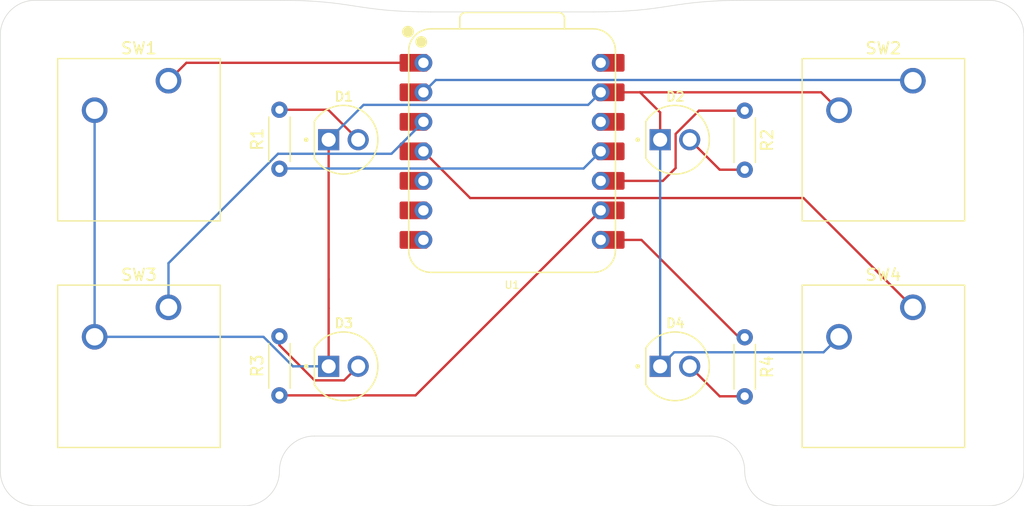
<source format=kicad_pcb>
(kicad_pcb (version 20241229) (generator "pcbnew") (generator_version "9.0")
  (layers (0 "F.Cu" signal) (2 "B.Cu" signal) (13 "F.Paste" user) (15 "B.Paste" user) (5 "F.SilkS" user "F.Silkscreen") (7 "B.SilkS" user "B.Silkscreen") (1 "F.Mask" user) (3 "B.Mask" user) (25 "Edge.Cuts" user))
  (net 0 "")
  (net 1 "GND")
  (net 2 "Net-(D1-PadA)")
  (net 3 "Net-(D2-PadA)")
  (net 4 "Net-(D3-PadA)")
  (net 5 "Net-(D4-PadA)")
  (net 6 "LED1")
  (net 7 "LED2")
  (net 8 "LED3")
  (net 9 "LED4")
  (net 10 "Net-(U1-GPIO29{slash}ADC3{slash}A3)")
  (net 11 "Net-(U1-GPIO28{slash}ADC2{slash}A2)")
  (net 12 "Net-(U1-GPIO27{slash}ADC1{slash}A1)")
  (net 13 "Net-(U1-GPIO26{slash}ADC0{slash}A0)")
  (footprint "Resistor_THT:R_Axial_DIN0204_L3.6mm_D1.6mm_P5.08mm_Horizontal" (layer "F.Cu") (at 139 55 90)
    (property "Reference" "R1" (at 2.54 -1.92 90) (layer "F.SilkS"))
    (property "Value" "R")
    (fp_line (start 0.62 -0.92) (end 4.46 -0.92) (stroke (width 0.12)) (layer "F.SilkS"))
    (fp_line (start 0.62 0.92) (end 4.46 0.92) (stroke (width 0.12)) (layer "F.SilkS"))
    (pad "1" thru_hole circle (at 0 0 90) (size 1.4 1.4) (drill 0.7) (layers "*.Cu" "*.Mask") (net 6 "LED1"))
    (pad "2" thru_hole circle (at 5.08 0 90) (size 1.4 1.4) (drill 0.7) (layers "*.Cu" "*.Mask") (net 2 "Net-(D1-PadA)"))
  )
  (footprint "L08R5000Q1:LEDRD254W57D500H1070" (layer "F.Cu") (at 144.5 72)
    (property "Reference" "D3" (at 0.04 -3.708 0) (layer "F.SilkS") (effects (font (size 0.8 0.8))))
    (property "Value" "L08R5000Q1")
    (fp_line (start -2.5 -1.566) (end -2.5 1.566) (stroke (width 0.127)) (layer "F.SilkS"))
    (fp_arc (start -2.5 -1.566) (mid 2.961291 0) (end -2.5 1.566) (stroke (width 0.127)) (layer "F.SilkS"))
    (fp_circle (center -3.2 0) (end -3.1 0) (stroke (width 0.2)) (fill no) (layer "F.SilkS"))
    (pad "A" thru_hole circle (at 1.27 0) (size 1.815 1.815) (drill 1.21) (layers "*.Cu" "*.Mask") (net 4 "Net-(D3-PadA)"))
    (pad "C" thru_hole rect (at -1.27 0) (size 1.815 1.815) (drill 1.21) (layers "*.Cu" "*.Mask") (net 1 "GND"))
  )
  (footprint "L08R5000Q1:LEDRD254W57D500H1070" (layer "F.Cu") (at 173 72)
    (property "Reference" "D4" (at 0.04 -3.708 0) (layer "F.SilkS") (effects (font (size 0.8 0.8))))
    (property "Value" "L08R5000Q1")
    (fp_line (start -2.5 -1.566) (end -2.5 1.566) (stroke (width 0.127)) (layer "F.SilkS"))
    (fp_arc (start -2.5 -1.566) (mid 2.961291 0) (end -2.5 1.566) (stroke (width 0.127)) (layer "F.SilkS"))
    (fp_circle (center -3.2 0) (end -3.1 0) (stroke (width 0.2)) (fill no) (layer "F.SilkS"))
    (pad "A" thru_hole circle (at 1.27 0) (size 1.815 1.815) (drill 1.21) (layers "*.Cu" "*.Mask") (net 5 "Net-(D4-PadA)"))
    (pad "C" thru_hole rect (at -1.27 0) (size 1.815 1.815) (drill 1.21) (layers "*.Cu" "*.Mask") (net 1 "GND"))
  )
  (footprint "XIAO_PCB:XIAO-RP2040-DIP" (layer "F.Cu") (at 159 53.5)
    (property "Reference" "U1" (at 0 11.5 0) (layer "F.SilkS") (effects (font (size 0.635 0.635) (thickness 0.1016))))
    (property "Value" "XIAO-RP2040-DIP")
    (fp_line (start -8.89 8.509) (end -8.89 -8.636) (stroke (width 0.127)) (layer "F.SilkS"))
    (fp_line (start -6.985 10.414) (end 6.985 10.414) (stroke (width 0.127)) (layer "F.SilkS"))
    (fp_line (start -4.495 -10.541) (end -4.491272 -11.451272) (stroke (width 0.127)) (layer "F.SilkS"))
    (fp_line (start -3.991272 -11.951) (end 4.004 -11.951) (stroke (width 0.127)) (layer "F.SilkS"))
    (fp_line (start 4.504 -11.451) (end 4.504 -10.541) (stroke (width 0.127)) (layer "F.SilkS"))
    (fp_line (start 6.985 -10.541) (end -6.985 -10.541) (stroke (width 0.1)) (layer "F.SilkS"))
    (fp_line (start 6.985 -10.541) (end -6.985 -10.541) (stroke (width 0.127)) (layer "F.SilkS"))
    (fp_line (start 8.89 8.509) (end 8.89 -8.636) (stroke (width 0.127)) (layer "F.SilkS"))
    (fp_arc (start -8.89 -8.636) (mid -8.332038 -9.983038) (end -6.985 -10.541) (stroke (width 0.127)) (layer "F.SilkS"))
    (fp_arc (start -6.985 10.414) (mid -8.332038 9.856038) (end -8.89 8.509) (stroke (width 0.127)) (layer "F.SilkS"))
    (fp_arc (start -4.491272 -11.451272) (mid -4.344728 -11.80464) (end -3.991272 -11.951) (stroke (width 0.127)) (layer "F.SilkS"))
    (fp_arc (start 4.004 -11.951) (mid 4.357553 -11.804553) (end 4.504 -11.451) (stroke (width 0.127)) (layer "F.SilkS"))
    (fp_arc (start 6.985 -10.541) (mid 8.332038 -9.983038) (end 8.89 -8.636) (stroke (width 0.127)) (layer "F.SilkS"))
    (fp_arc (start 8.89 8.509) (mid 8.332038 9.856038) (end 6.985 10.414) (stroke (width 0.127)) (layer "F.SilkS"))
    (fp_circle (center -8.95 -10.3) (end -8.95 -10.554) (stroke (width 0.5)) (fill yes) (layer "F.SilkS"))
    (fp_circle (center -7.807 -9.42) (end -7.807 -9.674) (stroke (width 0.5)) (fill yes) (layer "F.SilkS"))
    (pad "1" smd roundrect (at -8.455 -7.62 180) (size 2.432 1.524) (layers "F.Cu" "F.Mask") (roundrect_rratio 0.1) (net 13 "Net-(U1-GPIO26{slash}ADC0{slash}A0)"))
    (pad "1" thru_hole circle (at -7.62 -7.62 180) (size 1.524 1.524) (drill 0.889) (layers "*.Cu" "*.Mask") (net 13 "Net-(U1-GPIO26{slash}ADC0{slash}A0)"))
    (pad "2" smd roundrect (at -8.455 -5.08 180) (size 2.432 1.524) (layers "F.Cu" "F.Mask") (roundrect_rratio 0.1) (net 12 "Net-(U1-GPIO27{slash}ADC1{slash}A1)"))
    (pad "2" thru_hole circle (at -7.62 -5.08 180) (size 1.524 1.524) (drill 0.889) (layers "*.Cu" "*.Mask") (net 12 "Net-(U1-GPIO27{slash}ADC1{slash}A1)"))
    (pad "3" smd roundrect (at -8.455 -2.54 180) (size 2.432 1.524) (layers "F.Cu" "F.Mask") (roundrect_rratio 0.1) (net 11 "Net-(U1-GPIO28{slash}ADC2{slash}A2)"))
    (pad "3" thru_hole circle (at -7.62 -2.54 180) (size 1.524 1.524) (drill 0.889) (layers "*.Cu" "*.Mask") (net 11 "Net-(U1-GPIO28{slash}ADC2{slash}A2)"))
    (pad "4" smd roundrect (at -8.455 0 180) (size 2.432 1.524) (layers "F.Cu" "F.Mask") (roundrect_rratio 0.1) (net 10 "Net-(U1-GPIO29{slash}ADC3{slash}A3)"))
    (pad "4" thru_hole circle (at -7.62 0 180) (size 1.524 1.524) (drill 0.889) (layers "*.Cu" "*.Mask") (net 10 "Net-(U1-GPIO29{slash}ADC3{slash}A3)"))
    (pad "5" smd roundrect (at -8.455 2.54 180) (size 2.432 1.524) (layers "F.Cu" "F.Mask") (roundrect_rratio 0.1))
    (pad "5" thru_hole circle (at -7.62 2.54 180) (size 1.524 1.524) (drill 0.889) (layers "*.Cu" "*.Mask"))
    (pad "6" smd roundrect (at -8.455 5.08 180) (size 2.432 1.524) (layers "F.Cu" "F.Mask") (roundrect_rratio 0.1))
    (pad "6" thru_hole circle (at -7.62 5.08 180) (size 1.524 1.524) (drill 0.889) (layers "*.Cu" "*.Mask"))
    (pad "7" smd roundrect (at -8.455 7.62 180) (size 2.432 1.524) (layers "F.Cu" "F.Mask") (roundrect_rratio 0.1))
    (pad "7" thru_hole circle (at -7.62 7.62 180) (size 1.524 1.524) (drill 0.889) (layers "*.Cu" "*.Mask"))
    (pad "8" thru_hole circle (at 7.62 7.62) (size 1.524 1.524) (drill 0.889) (layers "*.Cu" "*.Mask") (net 9 "LED4"))
    (pad "8" smd roundrect (at 8.455 7.62) (size 2.432 1.524) (layers "F.Cu" "F.Mask") (roundrect_rratio 0.1) (net 9 "LED4"))
    (pad "9" thru_hole circle (at 7.62 5.08) (size 1.524 1.524) (drill 0.889) (layers "*.Cu" "*.Mask") (net 8 "LED3"))
    (pad "9" smd roundrect (at 8.455 5.08) (size 2.432 1.524) (layers "F.Cu" "F.Mask") (roundrect_rratio 0.1) (net 8 "LED3"))
    (pad "10" thru_hole circle (at 7.62 2.54) (size 1.524 1.524) (drill 0.889) (layers "*.Cu" "*.Mask") (net 7 "LED2"))
    (pad "10" smd roundrect (at 8.455 2.54) (size 2.432 1.524) (layers "F.Cu" "F.Mask") (roundrect_rratio 0.1) (net 7 "LED2"))
    (pad "11" thru_hole circle (at 7.62 0) (size 1.524 1.524) (drill 0.889) (layers "*.Cu" "*.Mask") (net 6 "LED1"))
    (pad "11" smd roundrect (at 8.455 0) (size 2.432 1.524) (layers "F.Cu" "F.Mask") (roundrect_rratio 0.1) (net 6 "LED1"))
    (pad "12" thru_hole circle (at 7.62 -2.54) (size 1.524 1.524) (drill 0.889) (layers "*.Cu" "*.Mask"))
    (pad "12" smd roundrect (at 8.455 -2.54) (size 2.432 1.524) (layers "F.Cu" "F.Mask") (roundrect_rratio 0.1))
    (pad "13" thru_hole circle (at 7.62 -5.08) (size 1.524 1.524) (drill 0.889) (layers "*.Cu" "*.Mask") (net 1 "GND"))
    (pad "13" smd roundrect (at 8.455 -5.08) (size 2.432 1.524) (layers "F.Cu" "F.Mask") (roundrect_rratio 0.1) (net 1 "GND"))
    (pad "14" thru_hole circle (at 7.62 -7.62) (size 1.524 1.524) (drill 0.889) (layers "*.Cu" "*.Mask"))
    (pad "14" smd roundrect (at 8.455 -7.62) (size 2.432 1.524) (layers "F.Cu" "F.Mask") (roundrect_rratio 0.1))
  )
  (footprint "Resistor_THT:R_Axial_DIN0204_L3.6mm_D1.6mm_P5.08mm_Horizontal" (layer "F.Cu") (at 139 74.5 90)
    (property "Reference" "R3" (at 2.54 -1.92 90) (layer "F.SilkS"))
    (property "Value" "R")
    (fp_line (start 0.62 -0.92) (end 4.46 -0.92) (stroke (width 0.12)) (layer "F.SilkS"))
    (fp_line (start 0.62 0.92) (end 4.46 0.92) (stroke (width 0.12)) (layer "F.SilkS"))
    (pad "1" thru_hole circle (at 0 0 90) (size 1.4 1.4) (drill 0.7) (layers "*.Cu" "*.Mask") (net 8 "LED3"))
    (pad "2" thru_hole circle (at 5.08 0 90) (size 1.4 1.4) (drill 0.7) (layers "*.Cu" "*.Mask") (net 4 "Net-(D3-PadA)"))
  )
  (footprint "Resistor_THT:R_Axial_DIN0204_L3.6mm_D1.6mm_P5.08mm_Horizontal" (layer "F.Cu") (at 179 50 -90)
    (property "Reference" "R2" (at 2.54 -1.92 90) (layer "F.SilkS"))
    (property "Value" "R")
    (fp_line (start 0.62 0.92) (end 4.46 0.92) (stroke (width 0.12)) (layer "F.SilkS"))
    (fp_line (start 0.62 -0.92) (end 4.46 -0.92) (stroke (width 0.12)) (layer "F.SilkS"))
    (pad "1" thru_hole circle (at 0 0 270) (size 1.4 1.4) (drill 0.7) (layers "*.Cu" "*.Mask") (net 7 "LED2"))
    (pad "2" thru_hole circle (at 5.08 0 270) (size 1.4 1.4) (drill 0.7) (layers "*.Cu" "*.Mask") (net 3 "Net-(D2-PadA)"))
  )
  (footprint "Button_Switch_Keyboard:SW_Cherry_MX_1.00u_PCB" (layer "F.Cu") (at 129.46 66.92)
    (property "Reference" "SW3" (at -2.54 -2.794 0) (layer "F.SilkS"))
    (property "Value" "SW_Push")
    (fp_line (start -9.525 -1.905) (end 4.445 -1.905) (stroke (width 0.12)) (layer "F.SilkS"))
    (fp_line (start -9.525 12.065) (end -9.525 -1.905) (stroke (width 0.12)) (layer "F.SilkS"))
    (fp_line (start 4.445 -1.905) (end 4.445 12.065) (stroke (width 0.12)) (layer "F.SilkS"))
    (fp_line (start 4.445 12.065) (end -9.525 12.065) (stroke (width 0.12)) (layer "F.SilkS"))
    (pad "" np_thru_hole circle (at -7.62 5.08) (size 1.7 1.7) (drill 1.7) (layers "*.Cu" "*.Mask"))
    (pad "" np_thru_hole circle (at -2.54 5.08) (size 4 4) (drill 4) (layers "*.Cu" "*.Mask"))
    (pad "" np_thru_hole circle (at 2.54 5.08) (size 1.7 1.7) (drill 1.7) (layers "*.Cu" "*.Mask"))
    (pad "1" thru_hole circle (at 0 0) (size 2.2 2.2) (drill 1.5) (layers "*.Cu" "*.Mask") (net 11 "Net-(U1-GPIO28{slash}ADC2{slash}A2)"))
    (pad "2" thru_hole circle (at -6.35 2.54) (size 2.2 2.2) (drill 1.5) (layers "*.Cu" "*.Mask") (net 1 "GND"))
  )
  (footprint "Button_Switch_Keyboard:SW_Cherry_MX_1.00u_PCB" (layer "F.Cu") (at 193.46 47.42)
    (property "Reference" "SW2" (at -2.54 -2.794 0) (layer "F.SilkS"))
    (property "Value" "SW_Push")
    (fp_line (start -9.525 -1.905) (end 4.445 -1.905) (stroke (width 0.12)) (layer "F.SilkS"))
    (fp_line (start -9.525 12.065) (end -9.525 -1.905) (stroke (width 0.12)) (layer "F.SilkS"))
    (fp_line (start 4.445 -1.905) (end 4.445 12.065) (stroke (width 0.12)) (layer "F.SilkS"))
    (fp_line (start 4.445 12.065) (end -9.525 12.065) (stroke (width 0.12)) (layer "F.SilkS"))
    (pad "" np_thru_hole circle (at -7.62 5.08) (size 1.7 1.7) (drill 1.7) (layers "*.Cu" "*.Mask"))
    (pad "" np_thru_hole circle (at -2.54 5.08) (size 4 4) (drill 4) (layers "*.Cu" "*.Mask"))
    (pad "" np_thru_hole circle (at 2.54 5.08) (size 1.7 1.7) (drill 1.7) (layers "*.Cu" "*.Mask"))
    (pad "1" thru_hole circle (at 0 0) (size 2.2 2.2) (drill 1.5) (layers "*.Cu" "*.Mask") (net 12 "Net-(U1-GPIO27{slash}ADC1{slash}A1)"))
    (pad "2" thru_hole circle (at -6.35 2.54) (size 2.2 2.2) (drill 1.5) (layers "*.Cu" "*.Mask") (net 1 "GND"))
  )
  (footprint "L08R5000Q1:LEDRD254W57D500H1070" (layer "F.Cu") (at 144.5 52.5)
    (property "Reference" "D1" (at 0.04 -3.708 0) (layer "F.SilkS") (effects (font (size 0.8 0.8))))
    (property "Value" "L08R5000Q1")
    (fp_line (start -2.5 -1.566) (end -2.5 1.566) (stroke (width 0.127)) (layer "F.SilkS"))
    (fp_arc (start -2.5 -1.566) (mid 2.961291 0) (end -2.5 1.566) (stroke (width 0.127)) (layer "F.SilkS"))
    (fp_circle (center -3.2 0) (end -3.1 0) (stroke (width 0.2)) (fill no) (layer "F.SilkS"))
    (pad "A" thru_hole circle (at 1.27 0) (size 1.815 1.815) (drill 1.21) (layers "*.Cu" "*.Mask") (net 2 "Net-(D1-PadA)"))
    (pad "C" thru_hole rect (at -1.27 0) (size 1.815 1.815) (drill 1.21) (layers "*.Cu" "*.Mask") (net 1 "GND"))
  )
  (footprint "Resistor_THT:R_Axial_DIN0204_L3.6mm_D1.6mm_P5.08mm_Horizontal" (layer "F.Cu") (at 179 69.5 -90)
    (property "Reference" "R4" (at 2.54 -1.92 90) (layer "F.SilkS"))
    (property "Value" "R")
    (fp_line (start 0.62 0.92) (end 4.46 0.92) (stroke (width 0.12)) (layer "F.SilkS"))
    (fp_line (start 0.62 -0.92) (end 4.46 -0.92) (stroke (width 0.12)) (layer "F.SilkS"))
    (pad "1" thru_hole circle (at 0 0 270) (size 1.4 1.4) (drill 0.7) (layers "*.Cu" "*.Mask") (net 9 "LED4"))
    (pad "2" thru_hole circle (at 5.08 0 270) (size 1.4 1.4) (drill 0.7) (layers "*.Cu" "*.Mask") (net 5 "Net-(D4-PadA)"))
  )
  (footprint "L08R5000Q1:LEDRD254W57D500H1070" (layer "F.Cu") (at 173 52.5)
    (property "Reference" "D2" (at 0.04 -3.708 0) (layer "F.SilkS") (effects (font (size 0.8 0.8))))
    (property "Value" "L08R5000Q1")
    (fp_line (start -2.5 -1.566) (end -2.5 1.566) (stroke (width 0.127)) (layer "F.SilkS"))
    (fp_arc (start -2.5 -1.566) (mid 2.961291 0) (end -2.5 1.566) (stroke (width 0.127)) (layer "F.SilkS"))
    (fp_circle (center -3.2 0) (end -3.1 0) (stroke (width 0.2)) (fill no) (layer "F.SilkS"))
    (pad "A" thru_hole circle (at 1.27 0) (size 1.815 1.815) (drill 1.21) (layers "*.Cu" "*.Mask") (net 3 "Net-(D2-PadA)"))
    (pad "C" thru_hole rect (at -1.27 0) (size 1.815 1.815) (drill 1.21) (layers "*.Cu" "*.Mask") (net 1 "GND"))
  )
  (footprint "Button_Switch_Keyboard:SW_Cherry_MX_1.00u_PCB" (layer "F.Cu") (at 193.46 66.92)
    (property "Reference" "SW4" (at -2.54 -2.794 0) (layer "F.SilkS"))
    (property "Value" "SW_Push")
    (fp_line (start -9.525 -1.905) (end 4.445 -1.905) (stroke (width 0.12)) (layer "F.SilkS"))
    (fp_line (start -9.525 12.065) (end -9.525 -1.905) (stroke (width 0.12)) (layer "F.SilkS"))
    (fp_line (start 4.445 -1.905) (end 4.445 12.065) (stroke (width 0.12)) (layer "F.SilkS"))
    (fp_line (start 4.445 12.065) (end -9.525 12.065) (stroke (width 0.12)) (layer "F.SilkS"))
    (pad "" np_thru_hole circle (at -7.62 5.08) (size 1.7 1.7) (drill 1.7) (layers "*.Cu" "*.Mask"))
    (pad "" np_thru_hole circle (at -2.54 5.08) (size 4 4) (drill 4) (layers "*.Cu" "*.Mask"))
    (pad "" np_thru_hole circle (at 2.54 5.08) (size 1.7 1.7) (drill 1.7) (layers "*.Cu" "*.Mask"))
    (pad "1" thru_hole circle (at 0 0) (size 2.2 2.2) (drill 1.5) (layers "*.Cu" "*.Mask") (net 10 "Net-(U1-GPIO29{slash}ADC3{slash}A3)"))
    (pad "2" thru_hole circle (at -6.35 2.54) (size 2.2 2.2) (drill 1.5) (layers "*.Cu" "*.Mask") (net 1 "GND"))
  )
  (footprint "Button_Switch_Keyboard:SW_Cherry_MX_1.00u_PCB" (layer "F.Cu") (at 129.46 47.42)
    (property "Reference" "SW1" (at -2.54 -2.794 0) (layer "F.SilkS"))
    (property "Value" "SW_Push")
    (fp_line (start -9.525 -1.905) (end 4.445 -1.905) (stroke (width 0.12)) (layer "F.SilkS"))
    (fp_line (start -9.525 12.065) (end -9.525 -1.905) (stroke (width 0.12)) (layer "F.SilkS"))
    (fp_line (start 4.445 -1.905) (end 4.445 12.065) (stroke (width 0.12)) (layer "F.SilkS"))
    (fp_line (start 4.445 12.065) (end -9.525 12.065) (stroke (width 0.12)) (layer "F.SilkS"))
    (pad "" np_thru_hole circle (at -7.62 5.08) (size 1.7 1.7) (drill 1.7) (layers "*.Cu" "*.Mask"))
    (pad "" np_thru_hole circle (at -2.54 5.08) (size 4 4) (drill 4) (layers "*.Cu" "*.Mask"))
    (pad "" np_thru_hole circle (at 2.54 5.08) (size 1.7 1.7) (drill 1.7) (layers "*.Cu" "*.Mask"))
    (pad "1" thru_hole circle (at 0 0) (size 2.2 2.2) (drill 1.5) (layers "*.Cu" "*.Mask") (net 13 "Net-(U1-GPIO26{slash}ADC0{slash}A0)"))
    (pad "2" thru_hole circle (at -6.35 2.54) (size 2.2 2.2) (drill 1.5) (layers "*.Cu" "*.Mask") (net 1 "GND"))
  )
  (gr_line (start 136 84) (end 118 84) (stroke (width 0.05)) (layer "Edge.Cuts"))
  (gr_curve (pts (xy 152 41.5) (xy 145.5 41.5) (xy 145.5 40.5) (xy 139 40.5)) (stroke (width 0.05)) (layer "Edge.Cuts"))
  (gr_arc (start 182 84) (mid 179.87868 83.12132) (end 179 81) (stroke (width 0.05)) (layer "Edge.Cuts"))
  (gr_line (start 118 40.5) (end 139 40.5) (stroke (width 0.05)) (layer "Edge.Cuts"))
  (gr_line (start 179 40.5) (end 200 40.5) (stroke (width 0.05)) (layer "Edge.Cuts"))
  (gr_arc (start 118 84) (mid 115.87868 83.12132) (end 115 81) (stroke (width 0.05)) (layer "Edge.Cuts"))
  (gr_line (start 115 81) (end 115 43.5) (stroke (width 0.05)) (layer "Edge.Cuts"))
  (gr_line (start 152 41.5) (end 166 41.5) (stroke (width 0.05)) (layer "Edge.Cuts"))
  (gr_arc (start 203 81) (mid 202.12132 83.12132) (end 200 84) (stroke (width 0.05)) (layer "Edge.Cuts"))
  (gr_curve (pts (xy 166 41.5) (xy 172.5 41.5) (xy 172.5 40.5) (xy 179 40.5)) (stroke (width 0.05)) (layer "Edge.Cuts"))
  (gr_line (start 200 84) (end 182 84) (stroke (width 0.05)) (layer "Edge.Cuts"))
  (gr_arc (start 200 40.5) (mid 202.12132 41.37868) (end 203 43.5) (stroke (width 0.05)) (layer "Edge.Cuts"))
  (gr_arc (start 115 43.5) (mid 115.87868 41.37868) (end 118 40.5) (stroke (width 0.05)) (layer "Edge.Cuts"))
  (gr_arc (start 139 81) (mid 138.12132 83.12132) (end 136 84) (stroke (width 0.05)) (layer "Edge.Cuts"))
  (gr_line (start 203 43.5) (end 203 81) (stroke (width 0.05)) (layer "Edge.Cuts"))
  (gr_line (start 176 78) (end 142 78) (stroke (width 0.05)) (layer "Edge.Cuts"))
  (gr_arc (start 139 81) (mid 139.87868 78.87868) (end 142 78) (stroke (width 0.05)) (layer "Edge.Cuts"))
  (gr_arc (start 176 78) (mid 178.12132 78.87868) (end 179 81) (stroke (width 0.05)) (layer "Edge.Cuts"))
  (segment (start 170 48.42) (end 166.62 48.42) (width 0.2) (layer "F.Cu") (net 1))
  (segment (start 143.23 64.5) (end 143.23 67) (width 0.2) (layer "F.Cu") (net 1))
  (segment (start 143.23 67) (end 143.23 72) (width 0.2) (layer "F.Cu") (net 1))
  (segment (start 171.73 52.5) (end 171.73 50.15) (width 0.2) (layer "F.Cu") (net 1))
  (segment (start 171.73 50.15) (end 170 48.42) (width 0.2) (layer "F.Cu") (net 1))
  (segment (start 187.11 49.96) (end 185.57 48.42) (width 0.2) (layer "F.Cu") (net 1))
  (segment (start 143.23 52.5) (end 143.23 64.5) (width 0.2) (layer "F.Cu") (net 1))
  (segment (start 185.57 48.42) (end 170 48.42) (width 0.2) (layer "F.Cu") (net 1))
  (segment (start 146.23 49.5) (end 165.54 49.5) (width 0.2) (layer "B.Cu") (net 1))
  (segment (start 185.7785 70.7915) (end 187.11 69.46) (width 0.2) (layer "B.Cu") (net 1))
  (segment (start 123.11 69.46) (end 137.624372 69.46) (width 0.2) (layer "B.Cu") (net 1))
  (segment (start 137.624372 69.46) (end 140.164372 72) (width 0.2) (layer "B.Cu") (net 1))
  (segment (start 171.73 72) (end 172.9385 70.7915) (width 0.2) (layer "B.Cu") (net 1))
  (segment (start 171.73 52.5) (end 171.73 72) (width 0.2) (layer "B.Cu") (net 1))
  (segment (start 172.9385 70.7915) (end 185.7785 70.7915) (width 0.2) (layer "B.Cu") (net 1))
  (segment (start 140.164372 72) (end 143.23 72) (width 0.2) (layer "B.Cu") (net 1))
  (segment (start 123.11 49.96) (end 123.11 69.46) (width 0.2) (layer "B.Cu") (net 1))
  (segment (start 143.23 52.5) (end 146.23 49.5) (width 0.2) (layer "B.Cu") (net 1))
  (segment (start 165.54 49.5) (end 166.62 48.42) (width 0.2) (layer "B.Cu") (net 1))
  (segment (start 145.77 52.5) (end 143.19 49.92) (width 0.2) (layer "F.Cu") (net 2))
  (segment (start 143.19 49.92) (end 139 49.92) (width 0.2) (layer "F.Cu") (net 2))
  (segment (start 176.85 55.08) (end 174.27 52.5) (width 0.2) (layer "F.Cu") (net 3))
  (segment (start 179 55.08) (end 176.85 55.08) (width 0.2) (layer "F.Cu") (net 3))
  (segment (start 142.0215 73.2085) (end 144.5615 73.2085) (width 0.2) (layer "F.Cu") (net 4))
  (segment (start 139 69.42) (end 139 70.187) (width 0.2) (layer "F.Cu") (net 4))
  (segment (start 144.5615 73.2085) (end 145.77 72) (width 0.2) (layer "F.Cu") (net 4))
  (segment (start 139 70.187) (end 142.0215 73.2085) (width 0.2) (layer "F.Cu") (net 4))
  (segment (start 176.85 74.58) (end 174.27 72) (width 0.2) (layer "F.Cu") (net 5))
  (segment (start 179 74.58) (end 176.85 74.58) (width 0.2) (layer "F.Cu") (net 5))
  (segment (start 139 55) (end 139.023 54.977) (width 0.2) (layer "B.Cu") (net 6))
  (segment (start 139.023 54.977) (end 165.143 54.977) (width 0.2) (layer "B.Cu") (net 6))
  (segment (start 165.143 54.977) (end 166.62 53.5) (width 0.2) (layer "B.Cu") (net 6))
  (segment (start 173.0615 54.9385) (end 173.0615 51.999422) (width 0.2) (layer "F.Cu") (net 7))
  (segment (start 171.96 56.04) (end 173.0615 54.9385) (width 0.2) (layer "F.Cu") (net 7))
  (segment (start 166.62 56.04) (end 171.96 56.04) (width 0.2) (layer "F.Cu") (net 7))
  (segment (start 175.060922 50) (end 178.5 50) (width 0.2) (layer "F.Cu") (net 7))
  (segment (start 173.0615 51.999422) (end 175.060922 50) (width 0.2) (layer "F.Cu") (net 7))
  (segment (start 150.7 74.5) (end 166.62 58.58) (width 0.2) (layer "F.Cu") (net 8))
  (segment (start 139 74.5) (end 150.7 74.5) (width 0.2) (layer "F.Cu") (net 8))
  (segment (start 170.12 61.12) (end 178.5 69.5) (width 0.2) (layer "F.Cu") (net 9))
  (segment (start 166.62 61.12) (end 170.12 61.12) (width 0.2) (layer "F.Cu") (net 9))
  (segment (start 155.397 57.517) (end 184.057 57.517) (width 0.2) (layer "F.Cu") (net 10))
  (segment (start 184.057 57.517) (end 193.46 66.92) (width 0.2) (layer "F.Cu") (net 10))
  (segment (start 151.38 53.5) (end 155.397 57.517) (width 0.2) (layer "F.Cu") (net 10))
  (segment (start 150.30237 50.96) (end 151.38 50.96) (width 0.2) (layer "F.Cu") (net 11))
  (segment (start 129.46 66.92) (end 129.46 63.124372) (width 0.2) (layer "B.Cu") (net 11))
  (segment (start 138.875872 53.7085) (end 148.6315 53.7085) (width 0.2) (layer "B.Cu") (net 11))
  (segment (start 148.6315 53.7085) (end 151.38 50.96) (width 0.2) (layer "B.Cu") (net 11))
  (segment (start 129.46 63.124372) (end 138.875872 53.7085) (width 0.2) (layer "B.Cu") (net 11))
  (segment (start 193.04 47) (end 193.46 47.42) (width 0.2) (layer "B.Cu") (net 12))
  (segment (start 193.397 47.357) (end 152.443 47.357) (width 0.2) (layer "B.Cu") (net 12))
  (segment (start 152.443 47.357) (end 151.38 48.42) (width 0.2) (layer "B.Cu") (net 12))
  (segment (start 193.46 47.42) (end 193.397 47.357) (width 0.2) (layer "B.Cu") (net 12))
  (segment (start 131 45.88) (end 151.38 45.88) (width 0.2) (layer "F.Cu") (net 13))
  (segment (start 129.46 47.42) (end 131 45.88) (width 0.2) (layer "F.Cu") (net 13))
)
</source>
